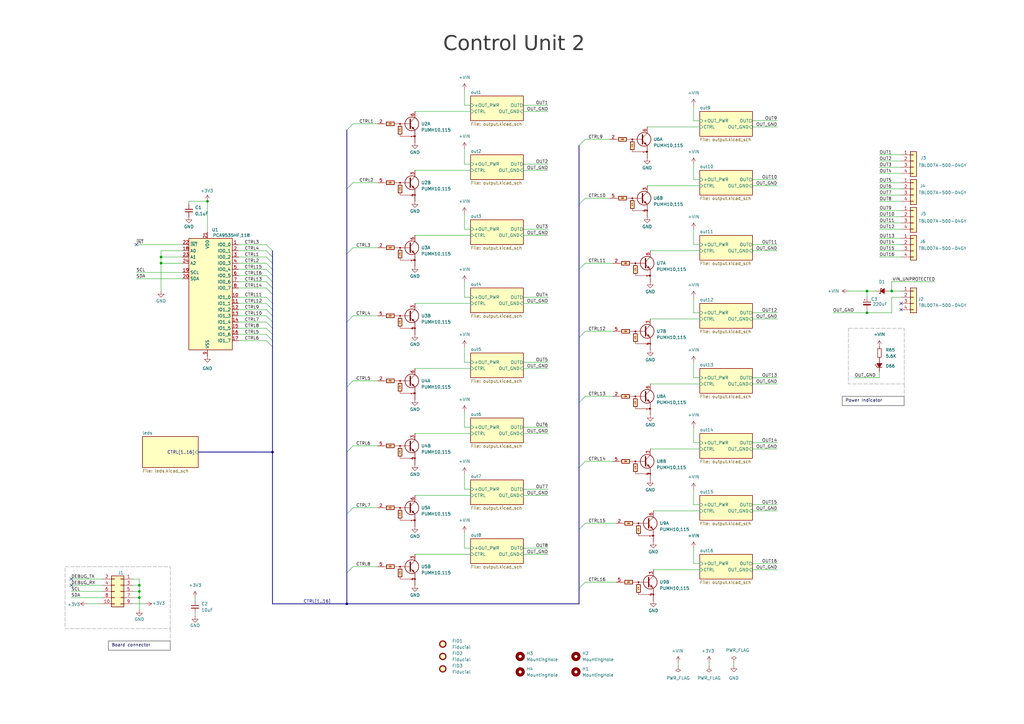
<source format=kicad_sch>
(kicad_sch (version 20241004) (generator "eeschema") (generator_version "8.99")
  (paper "A3")
  (title_block (title "Control Unit 2") (date "2024-12-09") (rev "1") (comment 1 "TOP Sheet"))
  (rectangle (start 26.67 232.41) (end 69.85 257.81) (stroke (width 0.15) (type dash) (color 132 132 132 1)))
  (rectangle (start 347.98 134.62) (end 370.84 157.48) (stroke (width 0.15) (type dash) (color 132 132 132 1)))
  (rectangle (start 44.45 262.89) (end 69.85 266.7) (stroke (width 0.3) (color 132 132 132 1)))
  (rectangle (start 345.44 162.56) (end 370.84 166.37) (stroke (width 0.3) (color 132 132 132 1)))
  (text "Power Indicator" (at 346.71 165.1 0) (effects (font (size 1.27 1.27)) (justify left bottom)))
  (text "Board connector" (at 45.72 265.43 0) (effects (font (size 1.27 1.27)) (justify left bottom)))
  (text "Control Unit 2" (at 210.82 19.812 0) (effects (font (size 6 6) (thickness 0.4))))
  (junction (at 355.6 119.38))
  (junction (at 57.15 242.57))
  (junction (at 57.15 240.03))
  (junction (at 142.24 247.65))
  (junction (at 355.6 128.27))
  (junction (at 111.76 185.42))
  (junction (at 85.09 82.55))
  (junction (at 365.76 119.38))
  (junction (at 66.04 105.41))
  (junction (at 57.15 245.11))
  (junction (at 66.04 107.95))
  (no_connect (at 55.88 100.33))
  (no_connect (at 369.57 127))
  (no_connect (at 29.21 240.03))
  (no_connect (at 29.21 237.49))
  (no_connect (at 369.57 124.46))
  (bus_entry (at 142.24 104.14) (size 2.54 -2.54))
  (bus_entry (at 237.49 241.3) (size 2.54 -2.54))
  (bus_entry (at 237.49 165.1) (size 2.54 -2.54))
  (bus_entry (at 111.76 139.7) (size -2.54 -2.54))
  (bus_entry (at 111.76 102.87) (size -2.54 -2.54))
  (bus_entry (at 237.49 217.17) (size 2.54 -2.54))
  (bus_entry (at 111.76 129.54) (size -2.54 -2.54))
  (bus_entry (at 111.76 107.95) (size -2.54 -2.54))
  (bus_entry (at 111.76 115.57) (size -2.54 -2.54))
  (bus_entry (at 111.76 113.03) (size -2.54 -2.54))
  (bus_entry (at 237.49 59.69) (size 2.54 -2.54))
  (bus_entry (at 142.24 158.75) (size 2.54 -2.54))
  (bus_entry (at 111.76 120.65) (size -2.54 -2.54))
  (bus_entry (at 111.76 127) (size -2.54 -2.54))
  (bus_entry (at 111.76 134.62) (size -2.54 -2.54))
  (bus_entry (at 237.49 83.82) (size 2.54 -2.54))
  (bus_entry (at 237.49 138.43) (size 2.54 -2.54))
  (bus_entry (at 142.24 53.34) (size 2.54 -2.54))
  (bus_entry (at 111.76 118.11) (size -2.54 -2.54))
  (bus_entry (at 237.49 110.49) (size 2.54 -2.54))
  (bus_entry (at 142.24 210.82) (size 2.54 -2.54))
  (bus_entry (at 111.76 105.41) (size -2.54 -2.54))
  (bus_entry (at 111.76 124.46) (size -2.54 -2.54))
  (bus_entry (at 142.24 185.42) (size 2.54 -2.54))
  (bus_entry (at 111.76 110.49) (size -2.54 -2.54))
  (bus_entry (at 111.76 137.16) (size -2.54 -2.54))
  (bus_entry (at 142.24 77.47) (size 2.54 -2.54))
  (bus_entry (at 142.24 132.08) (size 2.54 -2.54))
  (bus_entry (at 111.76 142.24) (size -2.54 -2.54))
  (bus_entry (at 111.76 132.08) (size -2.54 -2.54))
  (bus_entry (at 237.49 191.77) (size 2.54 -2.54))
  (bus_entry (at 142.24 234.95) (size 2.54 -2.54))
  (wire (pts (xy 97.79 110.49) (xy 109.22 110.49)))
  (wire (pts (xy 144.78 129.54) (xy 154.94 129.54)))
  (wire (pts (xy 383.54 115.57) (xy 365.76 115.57)))
  (wire (pts (xy 365.76 121.92) (xy 365.76 128.27)))
  (wire (pts (xy 35.56 247.65) (xy 41.91 247.65)))
  (wire (pts (xy 193.04 200.66) (xy 190.5 200.66)))
  (wire (pts (xy 57.15 250.19) (xy 57.15 245.11)))
  (wire (pts (xy 240.03 162.56) (xy 251.46 162.56)))
  (wire (pts (xy 308.61 209.55) (xy 318.77 209.55)))
  (wire (pts (xy 266.7 102.87) (xy 287.02 102.87)))
  (wire (pts (xy 193.04 43.18) (xy 190.5 43.18)))
  (wire (pts (xy 190.5 194.31) (xy 190.5 200.66)))
  (wire (pts (xy 284.48 67.31) (xy 284.48 73.66)))
  (wire (pts (xy 284.48 148.59) (xy 284.48 154.94)))
  (wire (pts (xy 360.68 100.33) (xy 369.57 100.33)))
  (bus (pts (xy 111.76 137.16) (xy 111.76 139.7)))
  (wire (pts (xy 360.68 77.47) (xy 369.57 77.47)))
  (wire (pts (xy 144.78 156.21) (xy 154.94 156.21)))
  (wire (pts (xy 193.04 67.31) (xy 190.5 67.31)))
  (wire (pts (xy 214.63 200.66) (xy 224.79 200.66)))
  (wire (pts (xy 287.02 154.94) (xy 284.48 154.94)))
  (bus (pts (xy 111.76 118.11) (xy 111.76 120.65)))
  (wire (pts (xy 265.43 76.2) (xy 287.02 76.2)))
  (wire (pts (xy 240.03 107.95) (xy 251.46 107.95)))
  (bus (pts (xy 111.76 129.54) (xy 111.76 132.08)))
  (wire (pts (xy 284.48 43.18) (xy 284.48 49.53)))
  (wire (pts (xy 97.79 115.57) (xy 109.22 115.57)))
  (wire (pts (xy 54.61 247.65) (xy 59.69 247.65)))
  (wire (pts (xy 308.61 157.48) (xy 318.77 157.48)))
  (wire (pts (xy 97.79 134.62) (xy 109.22 134.62)))
  (wire (pts (xy 267.97 233.68) (xy 287.02 233.68)))
  (polyline (pts (xy 370.84 157.48) (xy 370.84 162.56)) (stroke (width 0.15) (type dash) (color 132 132 132 1)))
  (wire (pts (xy 170.18 203.2) (xy 193.04 203.2)))
  (polyline (pts (xy 69.85 257.81) (xy 69.85 262.89)) (stroke (width 0.15) (type dash) (color 132 132 132 1)))
  (wire (pts (xy 190.5 36.83) (xy 190.5 43.18)))
  (wire (pts (xy 287.02 181.61) (xy 284.48 181.61)))
  (bus (pts (xy 111.76 113.03) (xy 111.76 115.57)))
  (wire (pts (xy 365.76 119.38) (xy 369.57 119.38)))
  (wire (pts (xy 214.63 227.33) (xy 224.79 227.33)))
  (wire (pts (xy 193.04 148.59) (xy 190.5 148.59)))
  (wire (pts (xy 360.68 86.36) (xy 369.57 86.36)))
  (bus (pts (xy 237.49 191.77) (xy 237.49 217.17)))
  (wire (pts (xy 214.63 67.31) (xy 224.79 67.31)))
  (wire (pts (xy 97.79 102.87) (xy 109.22 102.87)))
  (wire (pts (xy 193.04 121.92) (xy 190.5 121.92)))
  (wire (pts (xy 214.63 148.59) (xy 224.79 148.59)))
  (bus (pts (xy 237.49 83.82) (xy 237.49 110.49)))
  (wire (pts (xy 360.68 71.12) (xy 369.57 71.12)))
  (wire (pts (xy 29.21 237.49) (xy 41.91 237.49)))
  (bus (pts (xy 237.49 138.43) (xy 237.49 165.1)))
  (wire (pts (xy 144.78 101.6) (xy 154.94 101.6)))
  (bus (pts (xy 142.24 210.82) (xy 142.24 234.95)))
  (wire (pts (xy 97.79 121.92) (xy 109.22 121.92)))
  (wire (pts (xy 308.61 76.2) (xy 318.77 76.2)))
  (wire (pts (xy 360.68 80.01) (xy 369.57 80.01)))
  (wire (pts (xy 66.04 107.95) (xy 74.93 107.95)))
  (wire (pts (xy 284.48 93.98) (xy 284.48 100.33)))
  (wire (pts (xy 214.63 93.98) (xy 224.79 93.98)))
  (wire (pts (xy 360.68 102.87) (xy 369.57 102.87)))
  (bus (pts (xy 111.76 110.49) (xy 111.76 113.03)))
  (wire (pts (xy 308.61 207.01) (xy 318.77 207.01)))
  (wire (pts (xy 55.88 100.33) (xy 74.93 100.33)))
  (bus (pts (xy 111.76 124.46) (xy 111.76 127)))
  (wire (pts (xy 240.03 238.76) (xy 252.73 238.76)))
  (wire (pts (xy 308.61 181.61) (xy 318.77 181.61)))
  (wire (pts (xy 347.98 119.38) (xy 355.6 119.38)))
  (wire (pts (xy 190.5 142.24) (xy 190.5 148.59)))
  (wire (pts (xy 360.68 82.55) (xy 369.57 82.55)))
  (wire (pts (xy 308.61 233.68) (xy 318.77 233.68)))
  (wire (pts (xy 355.6 119.38) (xy 359.41 119.38)))
  (wire (pts (xy 66.04 102.87) (xy 66.04 105.41)))
  (bus (pts (xy 111.76 102.87) (xy 111.76 105.41)))
  (wire (pts (xy 85.09 82.55) (xy 77.47 82.55)))
  (bus (pts (xy 111.76 115.57) (xy 111.76 118.11)))
  (wire (pts (xy 80.01 245.11) (xy 80.01 246.38)))
  (wire (pts (xy 214.63 43.18) (xy 224.79 43.18)))
  (wire (pts (xy 284.48 200.66) (xy 284.48 207.01)))
  (wire (pts (xy 144.78 208.28) (xy 154.94 208.28)))
  (wire (pts (xy 266.7 184.15) (xy 287.02 184.15)))
  (wire (pts (xy 365.76 115.57) (xy 365.76 119.38)))
  (bus (pts (xy 142.24 132.08) (xy 142.24 158.75)))
  (bus (pts (xy 111.76 105.41) (xy 111.76 107.95)))
  (wire (pts (xy 355.6 127) (xy 355.6 128.27)))
  (bus (pts (xy 142.24 185.42) (xy 142.24 210.82)))
  (wire (pts (xy 190.5 87.63) (xy 190.5 93.98)))
  (wire (pts (xy 170.18 96.52) (xy 193.04 96.52)))
  (wire (pts (xy 355.6 128.27) (xy 365.76 128.27)))
  (bus (pts (xy 111.76 107.95) (xy 111.76 110.49)))
  (bus (pts (xy 237.49 217.17) (xy 237.49 241.3)))
  (wire (pts (xy 144.78 50.8) (xy 154.94 50.8)))
  (wire (pts (xy 364.49 119.38) (xy 365.76 119.38)))
  (wire (pts (xy 190.5 115.57) (xy 190.5 121.92)))
  (wire (pts (xy 240.03 189.23) (xy 251.46 189.23)))
  (wire (pts (xy 57.15 237.49) (xy 54.61 237.49)))
  (wire (pts (xy 284.48 121.92) (xy 284.48 128.27)))
  (wire (pts (xy 190.5 60.96) (xy 190.5 67.31)))
  (wire (pts (xy 360.68 88.9) (xy 369.57 88.9)))
  (wire (pts (xy 214.63 69.85) (xy 224.79 69.85)))
  (wire (pts (xy 97.79 132.08) (xy 109.22 132.08)))
  (wire (pts (xy 144.78 182.88) (xy 154.94 182.88)))
  (wire (pts (xy 240.03 214.63) (xy 252.73 214.63)))
  (wire (pts (xy 308.61 100.33) (xy 318.77 100.33)))
  (wire (pts (xy 308.61 102.87) (xy 318.77 102.87)))
  (wire (pts (xy 97.79 129.54) (xy 109.22 129.54)))
  (wire (pts (xy 97.79 124.46) (xy 109.22 124.46)))
  (wire (pts (xy 170.18 69.85) (xy 193.04 69.85)))
  (bus (pts (xy 111.76 120.65) (xy 111.76 124.46)))
  (bus (pts (xy 111.76 134.62) (xy 111.76 137.16)))
  (bus (pts (xy 237.49 165.1) (xy 237.49 191.77)))
  (bus (pts (xy 111.76 132.08) (xy 111.76 134.62)))
  (wire (pts (xy 287.02 49.53) (xy 284.48 49.53)))
  (wire (pts (xy 170.18 124.46) (xy 193.04 124.46)))
  (bus (pts (xy 237.49 59.69) (xy 237.49 83.82)))
  (wire (pts (xy 284.48 224.79) (xy 284.48 231.14)))
  (wire (pts (xy 214.63 124.46) (xy 224.79 124.46)))
  (wire (pts (xy 308.61 52.07) (xy 318.77 52.07)))
  (bus (pts (xy 142.24 77.47) (xy 142.24 104.14)))
  (wire (pts (xy 57.15 240.03) (xy 57.15 237.49)))
  (wire (pts (xy 287.02 100.33) (xy 284.48 100.33)))
  (wire (pts (xy 350.52 154.94) (xy 360.68 154.94)))
  (wire (pts (xy 240.03 81.28) (xy 250.19 81.28)))
  (wire (pts (xy 97.79 100.33) (xy 109.22 100.33)))
  (wire (pts (xy 360.68 152.4) (xy 360.68 154.94)))
  (bus (pts (xy 111.76 142.24) (xy 111.76 185.42)))
  (wire (pts (xy 170.18 227.33) (xy 193.04 227.33)))
  (wire (pts (xy 66.04 107.95) (xy 66.04 119.38)))
  (wire (pts (xy 97.79 118.11) (xy 109.22 118.11)))
  (wire (pts (xy 360.68 97.79) (xy 369.57 97.79)))
  (wire (pts (xy 85.09 82.55) (xy 85.09 95.25)))
  (bus (pts (xy 111.76 127) (xy 111.76 129.54)))
  (wire (pts (xy 360.68 105.41) (xy 369.57 105.41)))
  (wire (pts (xy 214.63 121.92) (xy 224.79 121.92)))
  (wire (pts (xy 308.61 73.66) (xy 318.77 73.66)))
  (wire (pts (xy 214.63 96.52) (xy 224.79 96.52)))
  (wire (pts (xy 190.5 218.44) (xy 190.5 224.79)))
  (wire (pts (xy 193.04 175.26) (xy 190.5 175.26)))
  (wire (pts (xy 287.02 207.01) (xy 284.48 207.01)))
  (wire (pts (xy 341.63 128.27) (xy 355.6 128.27)))
  (wire (pts (xy 214.63 203.2) (xy 224.79 203.2)))
  (wire (pts (xy 308.61 130.81) (xy 318.77 130.81)))
  (wire (pts (xy 308.61 184.15) (xy 318.77 184.15)))
  (bus (pts (xy 142.24 247.65) (xy 237.49 247.65)))
  (wire (pts (xy 193.04 93.98) (xy 190.5 93.98)))
  (wire (pts (xy 360.68 66.04) (xy 369.57 66.04)))
  (wire (pts (xy 266.7 157.48) (xy 287.02 157.48)))
  (wire (pts (xy 193.04 224.79) (xy 190.5 224.79)))
  (wire (pts (xy 80.01 251.46) (xy 80.01 252.73)))
  (wire (pts (xy 290.83 271.78) (xy 290.83 273.05)))
  (wire (pts (xy 287.02 231.14) (xy 284.48 231.14)))
  (wire (pts (xy 300.99 271.78) (xy 300.99 273.05)))
  (wire (pts (xy 29.21 245.11) (xy 41.91 245.11)))
  (wire (pts (xy 170.18 45.72) (xy 193.04 45.72)))
  (wire (pts (xy 66.04 105.41) (xy 66.04 107.95)))
  (wire (pts (xy 214.63 45.72) (xy 224.79 45.72)))
  (wire (pts (xy 54.61 245.11) (xy 57.15 245.11)))
  (wire (pts (xy 97.79 107.95) (xy 109.22 107.95)))
  (wire (pts (xy 144.78 232.41) (xy 154.94 232.41)))
  (wire (pts (xy 214.63 151.13) (xy 224.79 151.13)))
  (wire (pts (xy 29.21 242.57) (xy 41.91 242.57)))
  (bus (pts (xy 111.76 139.7) (xy 111.76 142.24)))
  (wire (pts (xy 144.78 74.93) (xy 154.94 74.93)))
  (wire (pts (xy 287.02 128.27) (xy 284.48 128.27)))
  (bus (pts (xy 111.76 247.65) (xy 142.24 247.65)))
  (wire (pts (xy 77.47 82.55) (xy 77.47 83.82)))
  (wire (pts (xy 365.76 121.92) (xy 369.57 121.92)))
  (wire (pts (xy 97.79 113.03) (xy 109.22 113.03)))
  (wire (pts (xy 360.68 68.58) (xy 369.57 68.58)))
  (wire (pts (xy 308.61 49.53) (xy 318.77 49.53)))
  (wire (pts (xy 29.21 240.03) (xy 41.91 240.03)))
  (bus (pts (xy 142.24 158.75) (xy 142.24 185.42)))
  (wire (pts (xy 97.79 137.16) (xy 109.22 137.16)))
  (bus (pts (xy 81.28 185.42) (xy 111.76 185.42)))
  (wire (pts (xy 308.61 128.27) (xy 318.77 128.27)))
  (wire (pts (xy 360.68 93.98) (xy 369.57 93.98)))
  (wire (pts (xy 240.03 57.15) (xy 250.19 57.15)))
  (wire (pts (xy 214.63 224.79) (xy 224.79 224.79)))
  (wire (pts (xy 214.63 177.8) (xy 224.79 177.8)))
  (wire (pts (xy 360.68 91.44) (xy 369.57 91.44)))
  (wire (pts (xy 266.7 130.81) (xy 287.02 130.81)))
  (wire (pts (xy 214.63 175.26) (xy 224.79 175.26)))
  (wire (pts (xy 284.48 175.26) (xy 284.48 181.61)))
  (wire (pts (xy 74.93 102.87) (xy 66.04 102.87)))
  (wire (pts (xy 190.5 168.91) (xy 190.5 175.26)))
  (wire (pts (xy 355.6 119.38) (xy 355.6 121.92)))
  (wire (pts (xy 170.18 151.13) (xy 193.04 151.13)))
  (wire (pts (xy 97.79 139.7) (xy 109.22 139.7)))
  (wire (pts (xy 57.15 245.11) (xy 57.15 242.57)))
  (bus (pts (xy 142.24 104.14) (xy 142.24 132.08)))
  (wire (pts (xy 54.61 242.57) (xy 57.15 242.57)))
  (wire (pts (xy 308.61 154.94) (xy 318.77 154.94)))
  (wire (pts (xy 97.79 127) (xy 109.22 127)))
  (bus (pts (xy 237.49 241.3) (xy 237.49 247.65)))
  (wire (pts (xy 57.15 242.57) (xy 57.15 240.03)))
  (wire (pts (xy 287.02 73.66) (xy 284.48 73.66)))
  (bus (pts (xy 237.49 110.49) (xy 237.49 138.43)))
  (wire (pts (xy 170.18 177.8) (xy 193.04 177.8)))
  (wire (pts (xy 265.43 52.07) (xy 287.02 52.07)))
  (bus (pts (xy 142.24 53.34) (xy 142.24 77.47)))
  (wire (pts (xy 55.88 111.76) (xy 74.93 111.76)))
  (wire (pts (xy 240.03 135.89) (xy 251.46 135.89)))
  (wire (pts (xy 278.13 271.78) (xy 278.13 273.05)))
  (wire (pts (xy 360.68 74.93) (xy 369.57 74.93)))
  (wire (pts (xy 55.88 114.3) (xy 74.93 114.3)))
  (wire (pts (xy 66.04 105.41) (xy 74.93 105.41)))
  (bus (pts (xy 142.24 234.95) (xy 142.24 247.65)))
  (wire (pts (xy 360.68 63.5) (xy 369.57 63.5)))
  (wire (pts (xy 97.79 105.41) (xy 109.22 105.41)))
  (wire (pts (xy 308.61 231.14) (xy 318.77 231.14)))
  (bus (pts (xy 111.76 185.42) (xy 111.76 247.65)))
  (wire (pts (xy 267.97 209.55) (xy 287.02 209.55)))
  (wire (pts (xy 54.61 240.03) (xy 57.15 240.03)))
  (label "OUT9" (at 318.77 49.53 180))
  (label "OUT2" (at 360.68 66.04 0))
  (label "CTRL8" (at 146.05 232.41 0))
  (label "OUT3" (at 360.68 68.58 0))
  (label "OUT_GND" (at 318.77 209.55 180))
  (label "DEBUG_RX" (at 29.21 240.03 0))
  (label "OUT_GND" (at 350.52 154.94 0))
  (label "OUT7" (at 360.68 80.01 0))
  (label "OUT_GND" (at 318.77 184.15 180))
  (label "OUT_GND" (at 318.77 102.87 180))
  (label "CTRL9" (at 100.33 127 0))
  (label "OUT15" (at 318.77 207.01 180))
  (label "OUT_GND" (at 318.77 130.81 180))
  (label "OUT_GND" (at 224.79 177.8 180))
  (label "CTRL3" (at 146.05 101.6 0))
  (label "CTRL8" (at 100.33 134.62 0))
  (label "CTRL2" (at 100.33 107.95 0))
  (label "OUT_GND" (at 224.79 124.46 180))
  (label "CTRL6" (at 146.05 182.88 0))
  (label "CTRL15" (at 100.33 110.49 0))
  (label "OUT10" (at 318.77 73.66 180))
  (label "OUT5" (at 224.79 148.59 180))
  (label "CTRL15" (at 241.3 214.63 0))
  (label "CTRL13" (at 241.3 162.56 0))
  (label "SDA" (at 29.21 245.11 0))
  (label "CTRL3" (at 100.33 100.33 0))
  (label "OUT14" (at 318.77 181.61 180))
  (label "OUT_GND" (at 224.79 151.13 180))
  (label "OUT11" (at 360.68 91.44 0))
  (label "CTRL16" (at 241.3 238.76 0))
  (label "CTRL5" (at 146.05 156.21 0))
  (label "OUT8" (at 224.79 224.79 180))
  (label "CTRL7" (at 146.05 208.28 0))
  (label "CTRL[1..16]" (at 124.46 247.65 0))
  (label "OUT13" (at 360.68 97.79 0))
  (label "CTRL11" (at 100.33 121.92 0))
  (label "CTRL6" (at 100.33 139.7 0))
  (label "OUT6" (at 224.79 175.26 180))
  (label "CTRL10" (at 100.33 129.54 0))
  (label "OUT_GND" (at 224.79 96.52 180))
  (label "CTRL14" (at 100.33 118.11 0))
  (label "SCL" (at 29.21 242.57 0))
  (label "CTRL7" (at 100.33 132.08 0))
  (label "CTRL4" (at 146.05 129.54 0))
  (label "SDA" (at 55.88 114.3 0))
  (label "OUT1" (at 224.79 43.18 180))
  (label "OUT7" (at 224.79 200.66 180))
  (label "OUT_GND" (at 341.63 128.27 0))
  (label "DEBUG_TX" (at 29.21 237.49 0))
  (label "OUT_GND" (at 224.79 45.72 180))
  (label "OUT11" (at 318.77 100.33 180))
  (label "CTRL14" (at 241.3 189.23 0))
  (label "CTRL16" (at 100.33 113.03 0))
  (label "CTRL12" (at 100.33 124.46 0))
  (label "SCL" (at 55.88 111.76 0))
  (label "OUT5" (at 360.68 74.93 0))
  (label "OUT_GND" (at 318.77 52.07 180))
  (label "OUT_GND" (at 224.79 227.33 180))
  (label "OUT16" (at 318.77 231.14 180))
  (label "OUT14" (at 360.68 100.33 0))
  (label "OUT1" (at 360.68 63.5 0))
  (label "OUT9" (at 360.68 86.36 0))
  (label "OUT6" (at 360.68 77.47 0))
  (label "CTRL2" (at 147.32 74.93 0))
  (label "CTRL1" (at 147.32 50.8 0))
  (label "OUT3" (at 224.79 93.98 180))
  (label "OUT2" (at 224.79 67.31 180))
  (label "OUT_GND" (at 318.77 233.68 180))
  (label "OUT12" (at 360.68 93.98 0))
  (label "OUT_GND" (at 224.79 203.2 180))
  (label "CTRL12" (at 241.3 135.89 0))
  (label "CTRL1" (at 100.33 105.41 0))
  (label "CTRL11" (at 241.3 107.95 0))
  (label "OUT12" (at 318.77 128.27 180))
  (label "VIN_UNPROTECTED" (at 383.54 115.57 180))
  (label "OUT16" (at 360.68 105.41 0))
  (label "OUT4" (at 360.68 71.12 0))
  (label "CTRL5" (at 100.33 137.16 0))
  (label "OUT_GND" (at 318.77 76.2 180))
  (label "CTRL4" (at 100.33 102.87 0))
  (label "OUT13" (at 318.77 154.94 180))
  (label "CTRL9" (at 241.3 57.15 0))
  (label "CTRL10" (at 241.3 81.28 0))
  (label "OUT4" (at 224.79 121.92 180))
  (label "OUT8" (at 360.68 82.55 0))
  (label "OUT_GND" (at 224.79 69.85 180))
  (label "OUT_GND" (at 318.77 157.48 180))
  (label "OUT10" (at 360.68 88.9 0))
  (label "~{INT}" (at 55.88 100.33 0))
  (label "OUT15" (at 360.68 102.87 0))
  (label "CTRL13" (at 100.33 115.57 0))
  (symbol (lib_id "My Libraries:PUMH10,115") (at 265.43 81.28 0) (unit 2)
    (property "Reference" "U6" (at 267.97 81.2516 0) (effects (justify left)))
    (property "Value" "PUMH10,115" (at 267.97 83.7916 0) (effects (justify left)))
    (property "Footprint" "Package_TO_SOT_SMD:SOT-363_SC-70-6" (effects (hide yes)))
    (property "Datasheet" "https://assets.nexperia.com/documents/data-sheet/PUMH10.pdf" (effects (hide yes)))
    (property "Description" "Dual NPN Transistor with internal resistors SOT-363" (effects (hide yes)))
  )
  (symbol (lib_id "power:GND") (at 170.18 240.03 0) (unit 1)
    (property "Reference" "#PWR033" (effects (hide yes)))
    (property "Value" "GND" (at 170.18 244.094 0))
    (property "Description" "Power symbol creates a global label with name \"GND\" , ground" (effects (hide yes)))
  )
  (symbol (lib_id "power:GND") (at 170.18 82.55 0) (unit 1)
    (property "Reference" "#PWR039" (effects (hide yes)))
    (property "Value" "GND" (at 170.18 86.614 0))
    (property "Description" "Power symbol creates a global label with name \"GND\" , ground" (effects (hide yes)))
  )
  (symbol (lib_id "power:PWR_FLAG") (at 290.83 273.05 180) (unit 1)
    (property "Reference" "#FLG02" (effects (hide yes)))
    (property "Value" "PWR_FLAG" (at 290.83 278.13 0))
    (property "Description" "Special symbol for telling ERC where power comes from" (effects (hide yes)))
  )
  (symbol (lib_id "power:GND") (at 265.43 88.9 0) (unit 1)
    (property "Reference" "#PWR042" (effects (hide yes)))
    (property "Value" "GND" (at 265.43 92.964 0))
    (property "Description" "Power symbol creates a global label with name \"GND\" , ground" (effects (hide yes)))
  )
  (symbol (lib_id "My Libraries:+VIN") (at 190.5 218.44 0) (unit 1) (in_bom no) (on_board no)
    (property "Reference" "#PWR015" (effects (hide yes)))
    (property "Value" "+VIN" (at 190.5 213.36 0))
  )
  (symbol (lib_id "Mechanical:Fiducial") (at 181.61 269.24 0) (unit 1) (in_bom no)
    (property "Reference" "FID2" (at 185.42 267.9699 0) (effects (justify left)))
    (property "Value" "Fiducial" (at 185.42 270.5099 0) (effects (justify left)))
    (property "Footprint" "Fiducial:Fiducial_1mm_Mask2mm" (effects (hide yes)))
  )
  (symbol (lib_id "Mechanical:Fiducial") (at 181.61 274.32 0) (unit 1) (in_bom no)
    (property "Reference" "FID3" (at 185.42 273.0499 0) (effects (justify left)))
    (property "Value" "Fiducial" (at 185.42 275.5899 0) (effects (justify left)))
    (property "Footprint" "Fiducial:Fiducial_1mm_Mask2mm" (effects (hide yes)))
  )
  (symbol (lib_id "power:GND") (at 266.7 170.18 0) (unit 1)
    (property "Reference" "#PWR045" (effects (hide yes)))
    (property "Value" "GND" (at 266.7 174.244 0))
    (property "Description" "Power symbol creates a global label with name \"GND\" , ground" (effects (hide yes)))
  )
  (symbol (lib_id "My Libraries:+VIN") (at 190.5 194.31 0) (unit 1) (in_bom no) (on_board no)
    (property "Reference" "#PWR014" (effects (hide yes)))
    (property "Value" "+VIN" (at 190.5 189.23 0))
  )
  (symbol (lib_id "power:GND") (at 265.43 64.77 0) (unit 1)
    (property "Reference" "#PWR041" (effects (hide yes)))
    (property "Value" "GND" (at 265.43 68.834 0))
    (property "Description" "Power symbol creates a global label with name \"GND\" , ground" (effects (hide yes)))
  )
  (symbol (lib_id "power:GND") (at 170.18 137.16 0) (unit 1)
    (property "Reference" "#PWR037" (effects (hide yes)))
    (property "Value" "GND" (at 170.18 141.224 0))
    (property "Description" "Power symbol creates a global label with name \"GND\" , ground" (effects (hide yes)))
  )
  (symbol (lib_id "Mechanical:MountingHole") (at 236.22 275.59 0) (unit 1) (exclude_from_sim yes) (in_bom no)
    (property "Reference" "H1" (at 238.76 274.3199 0) (effects (justify left)))
    (property "Value" "MountingHole" (at 238.76 276.8599 0) (effects (justify left)))
    (property "Footprint" "MountingHole:MountingHole_3.2mm_M3_DIN965" (effects (hide yes)))
    (property "Description" "Mounting Hole without connection" (effects (hide yes)))
  )
  (symbol (lib_id "Device:D_Schottky_Small_Filled") (at 361.95 119.38 0) (mirror x) (unit 1)
    (property "Reference" "D1" (at 361.696 115.57 0))
    (property "Footprint" "Diode_SMD:D_PowerDI-123" (effects (hide yes)))
    (property "PartID" "501" (effects (hide yes)))
  )
  (symbol (lib_id "My Libraries:PUMH10,115") (at 266.7 135.89 0) (unit 2)
    (property "Reference" "U7" (at 269.24 135.8616 0) (effects (justify left)))
    (property "Value" "PUMH10,115" (at 269.24 138.4016 0) (effects (justify left)))
    (property "Footprint" "Package_TO_SOT_SMD:SOT-363_SC-70-6" (effects (hide yes)))
    (property "Datasheet" "https://assets.nexperia.com/documents/data-sheet/PUMH10.pdf" (effects (hide yes)))
    (property "Description" "Dual NPN Transistor with internal resistors SOT-363" (effects (hide yes)))
  )
  (symbol (lib_id "My Libraries:PUMH10,115") (at 266.7 162.56 0) (unit 1)
    (property "Reference" "U8" (at 269.24 162.5316 0) (effects (justify left)))
    (property "Value" "PUMH10,115" (at 269.24 165.0716 0) (effects (justify left)))
    (property "Footprint" "Package_TO_SOT_SMD:SOT-363_SC-70-6" (effects (hide yes)))
    (property "Datasheet" "https://assets.nexperia.com/documents/data-sheet/PUMH10.pdf" (effects (hide yes)))
    (property "Description" "Dual NPN Transistor with internal resistors SOT-363" (effects (hide yes)))
  )
  (symbol (lib_id "power:+3V3") (at 35.56 247.65 90) (unit 1)
    (property "Reference" "#PWR049" (effects (hide yes)))
    (property "Value" "+3V3" (at 30.226 247.904 90))
    (property "Description" "Power symbol creates a global label with name \"+3V3\"" (effects (hide yes)))
  )
  (symbol (lib_id "power:PWR_FLAG") (at 300.99 271.78 0) (unit 1)
    (property "Reference" "#FLG03" (effects (hide yes)))
    (property "Value" "PWR_FLAG" (at 302.514 266.7 0))
    (property "Description" "Special symbol for telling ERC where power comes from" (effects (hide yes)))
  )
  (symbol (lib_id "My Libraries:+VIN") (at 284.48 200.66 0) (unit 1) (in_bom no) (on_board no)
    (property "Reference" "#PWR022" (effects (hide yes)))
    (property "Value" "+VIN" (at 284.48 195.58 0))
  )
  (symbol (lib_id "power:GND") (at 266.7 115.57 0) (unit 1)
    (property "Reference" "#PWR043" (effects (hide yes)))
    (property "Value" "GND" (at 266.7 119.634 0))
    (property "Description" "Power symbol creates a global label with name \"GND\" , ground" (effects (hide yes)))
  )
  (symbol (lib_id "My Libraries:PUMH10,115") (at 170.18 101.6 0) (unit 1)
    (property "Reference" "U3" (at 172.72 101.5716 0) (effects (justify left)))
    (property "Value" "PUMH10,115" (at 172.72 104.1116 0) (effects (justify left)))
    (property "Footprint" "Package_TO_SOT_SMD:SOT-363_SC-70-6" (effects (hide yes)))
    (property "Datasheet" "https://assets.nexperia.com/documents/data-sheet/PUMH10.pdf" (effects (hide yes)))
    (property "Description" "Dual NPN Transistor with internal resistors SOT-363" (effects (hide yes)))
  )
  (symbol (lib_id "Connector_Generic:Conn_01x04") (at 374.65 77.47 0) (unit 1)
    (property "Reference" "J4" (at 378.46 76.2 0))
    (property "Value" "TBL007A-500-04GY" (at 386.588 78.994 0))
    (property "Footprint" "My Footprints:TerminalBlock_IMO_203001M-4" (effects (hide yes)))
    (property "PartID" "1" (effects (hide yes)))
  )
  (symbol (lib_id "Device:R_Small") (at 360.68 144.78 180) (unit 1)
    (property "Reference" "R65" (at 363.22 143.5099 0) (effects (justify right)))
    (property "Value" "5.6K" (at 363.22 146.0499 0) (effects (justify right)))
    (property "Footprint" "Resistor_SMD:R_0402_1005Metric" (effects (hide yes)))
    (property "Description" "Resistor, small symbol" (effects (hide yes)))
  )
  (symbol (lib_id "My Libraries:PUMH10,115") (at 170.18 74.93 0) (unit 2)
    (property "Reference" "U2" (at 172.72 74.9016 0) (effects (justify left)))
    (property "Value" "PUMH10,115" (at 172.72 77.4416 0) (effects (justify left)))
    (property "Footprint" "Package_TO_SOT_SMD:SOT-363_SC-70-6" (effects (hide yes)))
    (property "Datasheet" "https://assets.nexperia.com/documents/data-sheet/PUMH10.pdf" (effects (hide yes)))
    (property "Description" "Dual NPN Transistor with internal resistors SOT-363" (effects (hide yes)))
  )
  (symbol (lib_id "power:+3V3") (at 80.01 245.11 0) (unit 1)
    (property "Reference" "#PWR06" (effects (hide yes)))
    (property "Value" "+3V3" (at 80.01 240.03 0))
    (property "Description" "Power symbol creates a global label with name \"+3V3\"" (effects (hide yes)))
  )
  (symbol (lib_id "My Libraries:PCA9535HF,118") (at 85.09 120.65 0) (unit 1)
    (property "Reference" "U1" (at 86.868 94.234 0) (effects (justify left)))
    (property "Value" "PCA9535HF,118" (at 87.2333 96.52 0) (effects (justify left)))
    (property "Footprint" "Package_DFN_QFN:WQFN-24-1EP_4x4mm_P0.5mm_EP2.45x2.45mm" (effects (hide yes)))
    (property "Datasheet" "https://www.nxp.com/docs/en/data-sheet/PCA9535_PCA9535C.pdf" (effects (hide yes)))
    (property "Description" "I/O Expander 16BIT I2C 400kHz HVQFN24" (effects (hide yes)))
    (property "PartID" "4" (effects (hide yes)))
  )
  (symbol (lib_id "My Libraries:PUMH10,115") (at 170.18 208.28 0) (unit 1)
    (property "Reference" "U5" (at 172.72 208.2516 0) (effects (justify left)))
    (property "Value" "PUMH10,115" (at 172.72 210.7916 0) (effects (justify left)))
    (property "Footprint" "Package_TO_SOT_SMD:SOT-363_SC-70-6" (effects (hide yes)))
    (property "Datasheet" "https://assets.nexperia.com/documents/data-sheet/PUMH10.pdf" (effects (hide yes)))
    (property "Description" "Dual NPN Transistor with internal resistors SOT-363" (effects (hide yes)))
  )
  (symbol (lib_id "Device:C_Small") (at 80.01 248.92 0) (mirror y) (unit 1)
    (property "Reference" "C2" (at 82.55 247.6562 0) (effects (justify right)))
    (property "Value" "10uF" (at 82.55 250.1962 0) (effects (justify right)))
    (property "Footprint" "Capacitor_SMD:C_0805_2012Metric" (effects (hide yes)))
    (property "Description" "Unpolarized capacitor, small symbol" (effects (hide yes)))
  )
  (symbol (lib_id "power:GND") (at 300.99 273.05 0) (unit 1)
    (property "Reference" "#PWR026" (effects (hide yes)))
    (property "Value" "GND" (at 300.99 278.13 0))
    (property "Description" "Power symbol creates a global label with name \"GND\" , ground" (effects (hide yes)))
  )
  (symbol (lib_id "My Libraries:PUMH10,115") (at 267.97 238.76 0) (unit 2)
    (property "Reference" "U9" (at 270.51 238.7316 0) (effects (justify left)))
    (property "Value" "PUMH10,115" (at 270.51 241.2716 0) (effects (justify left)))
    (property "Footprint" "Package_TO_SOT_SMD:SOT-363_SC-70-6" (effects (hide yes)))
    (property "Datasheet" "https://assets.nexperia.com/documents/data-sheet/PUMH10.pdf" (effects (hide yes)))
    (property "Description" "Dual NPN Transistor with internal resistors SOT-363" (effects (hide yes)))
  )
  (symbol (lib_id "Device:C_Polarized_Small") (at 355.6 124.46 0) (unit 1)
    (property "Reference" "C3" (at 359.918 122.682 0) (effects (justify right)))
    (property "Value" "220uF" (at 363.982 124.714 0) (effects (justify right)))
    (property "Footprint" "Capacitor_SMD:CP_Elec_10x10" (effects (hide yes)))
    (property "Description" "Polarized capacitor, small symbol" (effects (hide yes)))
  )
  (symbol (lib_id "power:GND") (at 267.97 222.25 0) (unit 1)
    (property "Reference" "#PWR047" (effects (hide yes)))
    (property "Value" "GND" (at 267.97 226.314 0))
    (property "Description" "Power symbol creates a global label with name \"GND\" , ground" (effects (hide yes)))
  )
  (symbol (lib_id "Mechanical:MountingHole") (at 213.36 269.24 0) (unit 1) (exclude_from_sim yes) (in_bom no)
    (property "Reference" "H3" (at 215.9 267.9699 0) (effects (justify left)))
    (property "Value" "MountingHole" (at 215.9 270.5099 0) (effects (justify left)))
    (property "Footprint" "MountingHole:MountingHole_3.2mm_M3_DIN965" (effects (hide yes)))
    (property "Description" "Mounting Hole without connection" (effects (hide yes)))
  )
  (symbol (lib_id "Mechanical:MountingHole") (at 213.36 275.59 0) (unit 1) (exclude_from_sim yes) (in_bom no)
    (property "Reference" "H4" (at 215.9 274.3199 0) (effects (justify left)))
    (property "Value" "MountingHole" (at 215.9 276.8599 0) (effects (justify left)))
    (property "Footprint" "MountingHole:MountingHole_3.2mm_M3_DIN965" (effects (hide yes)))
    (property "Description" "Mounting Hole without connection" (effects (hide yes)))
  )
  (symbol (lib_id "My Libraries:PUMH10,115") (at 170.18 50.8 0) (unit 1)
    (property "Reference" "U2" (at 172.72 50.7716 0) (effects (justify left)))
    (property "Value" "PUMH10,115" (at 172.72 53.3116 0) (effects (justify left)))
    (property "Footprint" "Package_TO_SOT_SMD:SOT-363_SC-70-6" (effects (hide yes)))
    (property "Datasheet" "https://assets.nexperia.com/documents/data-sheet/PUMH10.pdf" (effects (hide yes)))
    (property "Description" "Dual NPN Transistor with internal resistors SOT-363" (effects (hide yes)))
  )
  (symbol (lib_id "My Libraries:+VIN") (at 284.48 43.18 0) (unit 1) (in_bom no) (on_board no)
    (property "Reference" "#PWR016" (effects (hide yes)))
    (property "Value" "+VIN" (at 284.48 38.1 0))
  )
  (symbol (lib_id "power:GND") (at 266.7 143.51 0) (unit 1)
    (property "Reference" "#PWR044" (effects (hide yes)))
    (property "Value" "GND" (at 266.7 147.574 0))
    (property "Description" "Power symbol creates a global label with name \"GND\" , ground" (effects (hide yes)))
  )
  (symbol (lib_id "power:GND") (at 170.18 190.5 0) (unit 1)
    (property "Reference" "#PWR035" (effects (hide yes)))
    (property "Value" "GND" (at 170.18 194.564 0))
    (property "Description" "Power symbol creates a global label with name \"GND\" , ground" (effects (hide yes)))
  )
  (symbol (lib_id "My Libraries:PUMH10,115") (at 170.18 182.88 0) (unit 2)
    (property "Reference" "U4" (at 172.72 182.8516 0) (effects (justify left)))
    (property "Value" "PUMH10,115" (at 172.72 185.3916 0) (effects (justify left)))
    (property "Footprint" "Package_TO_SOT_SMD:SOT-363_SC-70-6" (effects (hide yes)))
    (property "Datasheet" "https://assets.nexperia.com/documents/data-sheet/PUMH10.pdf" (effects (hide yes)))
    (property "Description" "Dual NPN Transistor with internal resistors SOT-363" (effects (hide yes)))
  )
  (symbol (lib_id "My Libraries:+VIN") (at 190.5 87.63 0) (unit 1) (in_bom no) (on_board no)
    (property "Reference" "#PWR010" (effects (hide yes)))
    (property "Value" "+VIN" (at 190.5 82.55 0))
  )
  (symbol (lib_id "power:GND") (at 170.18 109.22 0) (unit 1)
    (property "Reference" "#PWR038" (effects (hide yes)))
    (property "Value" "GND" (at 170.18 113.284 0))
    (property "Description" "Power symbol creates a global label with name \"GND\" , ground" (effects (hide yes)))
  )
  (symbol (lib_id "My Libraries:+VIN") (at 284.48 175.26 0) (unit 1) (in_bom no) (on_board no)
    (property "Reference" "#PWR021" (effects (hide yes)))
    (property "Value" "+VIN" (at 284.48 170.18 0))
  )
  (symbol (lib_id "Device:LED_Small_Filled") (at 360.68 149.86 90) (unit 1)
    (property "Reference" "D66" (at 363.22 150.114 90) (effects (justify right)))
    (property "Value" "LED_Small_Filled" (effects (hide yes)))
    (property "Footprint" "LED_SMD:LED_0603_1608Metric" (effects (hide yes)))
    (property "Description" "Light emitting diode, small symbol, filled shape" (effects (hide yes)))
    (property "PartID" "496" (effects (hide yes)))
  )
  (symbol (lib_id "My Libraries:+VIN") (at 284.48 67.31 0) (unit 1) (in_bom no) (on_board no)
    (property "Reference" "#PWR017" (effects (hide yes)))
    (property "Value" "+VIN" (at 284.48 62.23 0))
  )
  (symbol (lib_id "My Libraries:PUMH10,115") (at 170.18 156.21 0) (unit 1)
    (property "Reference" "U4" (at 172.72 156.1816 0) (effects (justify left)))
    (property "Value" "PUMH10,115" (at 172.72 158.7216 0) (effects (justify left)))
    (property "Footprint" "Package_TO_SOT_SMD:SOT-363_SC-70-6" (effects (hide yes)))
    (property "Datasheet" "https://assets.nexperia.com/documents/data-sheet/PUMH10.pdf" (effects (hide yes)))
    (property "Description" "Dual NPN Transistor with internal resistors SOT-363" (effects (hide yes)))
  )
  (symbol (lib_id "My Libraries:+VIN") (at 284.48 121.92 0) (unit 1) (in_bom no) (on_board no)
    (property "Reference" "#PWR019" (effects (hide yes)))
    (property "Value" "+VIN" (at 284.48 116.84 0))
  )
  (symbol (lib_id "Connector_Generic:Conn_01x04") (at 374.65 88.9 0) (unit 1)
    (property "Reference" "J5" (at 378.714 87.63 0))
    (property "Value" "TBL007A-500-04GY" (at 386.588 90.678 0))
    (property "Footprint" "My Footprints:TerminalBlock_IMO_203001M-4" (effects (hide yes)))
    (property "PartID" "1" (effects (hide yes)))
  )
  (symbol (lib_id "My Libraries:PUMH10,115") (at 266.7 107.95 0) (unit 1)
    (property "Reference" "U7" (at 269.24 107.9216 0) (effects (justify left)))
    (property "Value" "PUMH10,115" (at 269.24 110.4616 0) (effects (justify left)))
    (property "Footprint" "Package_TO_SOT_SMD:SOT-363_SC-70-6" (effects (hide yes)))
    (property "Datasheet" "https://assets.nexperia.com/documents/data-sheet/PUMH10.pdf" (effects (hide yes)))
    (property "Description" "Dual NPN Transistor with internal resistors SOT-363" (effects (hide yes)))
  )
  (symbol (lib_id "Connector_Generic:Conn_01x04") (at 374.65 121.92 0) (unit 1)
    (property "Reference" "J2" (at 377.698 122.682 0))
    (property "Value" "TBL007A-500-04GY" (at 386.588 125.222 0))
    (property "Footprint" "My Footprints:TerminalBlock_IMO_203001M-4" (effects (hide yes)))
    (property "PartID" "1" (effects (hide yes)))
  )
  (symbol (lib_id "My Libraries:+VIN") (at 347.98 119.38 90) (mirror x) (unit 1) (in_bom no) (on_board no)
    (property "Reference" "#PWR07" (effects (hide yes)))
    (property "Value" "+VIN" (at 344.17 119.3799 90) (effects (justify left)))
  )
  (symbol (lib_id "My Libraries:+VIN") (at 190.5 60.96 0) (unit 1) (in_bom no) (on_board no)
    (property "Reference" "#PWR09" (effects (hide yes)))
    (property "Value" "+VIN" (at 190.5 55.88 0))
  )
  (symbol (lib_id "power:GND") (at 85.09 146.05 0) (unit 1)
    (property "Reference" "#PWR05" (effects (hide yes)))
    (property "Value" "GND" (at 85.09 151.13 0))
    (property "Description" "Power symbol creates a global label with name \"GND\" , ground" (effects (hide yes)))
  )
  (symbol (lib_id "My Libraries:+VIN") (at 190.5 36.83 0) (unit 1) (in_bom no) (on_board no)
    (property "Reference" "#PWR08" (effects (hide yes)))
    (property "Value" "+VIN" (at 190.5 31.75 0))
  )
  (symbol (lib_id "My Libraries:+VIN") (at 278.13 271.78 0) (unit 1) (in_bom no) (on_board no)
    (property "Reference" "#PWR024" (effects (hide yes)))
    (property "Value" "+VIN" (at 277.876 266.954 0))
  )
  (symbol (lib_id "My Libraries:+VIN") (at 284.48 148.59 0) (unit 1) (in_bom no) (on_board no)
    (property "Reference" "#PWR020" (effects (hide yes)))
    (property "Value" "+VIN" (at 284.48 143.51 0))
  )
  (symbol (lib_id "My Libraries:+VIN") (at 190.5 168.91 0) (unit 1) (in_bom no) (on_board no)
    (property "Reference" "#PWR013" (effects (hide yes)))
    (property "Value" "+VIN" (at 190.5 163.83 0))
  )
  (symbol (lib_id "power:GND") (at 170.18 163.83 0) (unit 1)
    (property "Reference" "#PWR036" (effects (hide yes)))
    (property "Value" "GND" (at 170.18 167.894 0))
    (property "Description" "Power symbol creates a global label with name \"GND\" , ground" (effects (hide yes)))
  )
  (symbol (lib_id "My Libraries:PUMH10,115") (at 170.18 129.54 0) (unit 2)
    (property "Reference" "U3" (at 172.72 129.5116 0) (effects (justify left)))
    (property "Value" "PUMH10,115" (at 172.72 132.0516 0) (effects (justify left)))
    (property "Footprint" "Package_TO_SOT_SMD:SOT-363_SC-70-6" (effects (hide yes)))
    (property "Datasheet" "https://assets.nexperia.com/documents/data-sheet/PUMH10.pdf" (effects (hide yes)))
    (property "Description" "Dual NPN Transistor with internal resistors SOT-363" (effects (hide yes)))
  )
  (symbol (lib_id "My Libraries:+VIN") (at 360.68 142.24 0) (mirror y) (unit 1) (in_bom no) (on_board no)
    (property "Reference" "#PWR030" (effects (hide yes)))
    (property "Value" "+VIN" (at 360.68 137.16 0))
  )
  (symbol (lib_id "power:GND") (at 77.47 88.9 0) (unit 1)
    (property "Reference" "#PWR03" (effects (hide yes)))
    (property "Value" "GND" (at 77.47 92.964 0))
    (property "Description" "Power symbol creates a global label with name \"GND\" , ground" (effects (hide yes)))
  )
  (symbol (lib_id "My Libraries:PUMH10,115") (at 267.97 214.63 0) (unit 1)
    (property "Reference" "U9" (at 270.51 214.6016 0) (effects (justify left)))
    (property "Value" "PUMH10,115" (at 270.51 217.1416 0) (effects (justify left)))
    (property "Footprint" "Package_TO_SOT_SMD:SOT-363_SC-70-6" (effects (hide yes)))
    (property "Datasheet" "https://assets.nexperia.com/documents/data-sheet/PUMH10.pdf" (effects (hide yes)))
    (property "Description" "Dual NPN Transistor with internal resistors SOT-363" (effects (hide yes)))
  )
  (symbol (lib_id "My Libraries:PUMH10,115") (at 265.43 57.15 0) (unit 1)
    (property "Reference" "U6" (at 267.97 57.1216 0) (effects (justify left)))
    (property "Value" "PUMH10,115" (at 267.97 59.6616 0) (effects (justify left)))
    (property "Footprint" "Package_TO_SOT_SMD:SOT-363_SC-70-6" (effects (hide yes)))
    (property "Datasheet" "https://assets.nexperia.com/documents/data-sheet/PUMH10.pdf" (effects (hide yes)))
    (property "Description" "Dual NPN Transistor with internal resistors SOT-363" (effects (hide yes)))
  )
  (symbol (lib_id "Connector_Generic:Conn_02x05_Odd_Even") (at 49.53 242.57 0) (mirror y) (unit 1)
    (property "Reference" "J1" (at 49.53 234.95 0))
    (property "Footprint" "Connector_PinSocket_2.54mm:PinSocket_2x05_P2.54mm_Vertical_SMD" (effects (hide yes)))
  )
  (symbol (lib_id "Connector_Generic:Conn_01x04") (at 374.65 100.33 0) (unit 1)
    (property "Reference" "J6" (at 378.46 99.06 0))
    (property "Value" "TBL007A-500-04GY" (at 386.588 101.854 0))
    (property "Footprint" "My Footprints:TerminalBlock_IMO_203001M-4" (effects (hide yes)))
    (property "PartID" "1" (effects (hide yes)))
  )
  (symbol (lib_id "My Libraries:PUMH10,115") (at 170.18 232.41 0) (unit 2)
    (property "Reference" "U5" (at 172.72 232.3816 0) (effects (justify left)))
    (property "Value" "PUMH10,115" (at 172.72 234.9216 0) (effects (justify left)))
    (property "Footprint" "Package_TO_SOT_SMD:SOT-363_SC-70-6" (effects (hide yes)))
    (property "Datasheet" "https://assets.nexperia.com/documents/data-sheet/PUMH10.pdf" (effects (hide yes)))
    (property "Description" "Dual NPN Transistor with internal resistors SOT-363" (effects (hide yes)))
  )
  (symbol (lib_id "power:+3V3") (at 290.83 271.78 0) (unit 1)
    (property "Reference" "#PWR025" (effects (hide yes)))
    (property "Value" "+3V3" (at 290.322 266.954 0))
    (property "Description" "Power symbol creates a global label with name \"+3V3\"" (effects (hide yes)))
  )
  (symbol (lib_id "power:GND") (at 266.7 196.85 0) (unit 1)
    (property "Reference" "#PWR046" (effects (hide yes)))
    (property "Value" "GND" (at 266.7 200.914 0))
    (property "Description" "Power symbol creates a global label with name \"GND\" , ground" (effects (hide yes)))
  )
  (symbol (lib_id "My Libraries:+VIN") (at 190.5 142.24 0) (unit 1) (in_bom no) (on_board no)
    (property "Reference" "#PWR012" (effects (hide yes)))
    (property "Value" "+VIN" (at 190.5 137.16 0))
  )
  (symbol (lib_id "Device:C_Small") (at 77.47 86.36 0) (mirror y) (unit 1)
    (property "Reference" "C1" (at 80.01 85.0962 0) (effects (justify right)))
    (property "Value" "0.1uF" (at 80.01 87.6362 0) (effects (justify right)))
    (property "Footprint" "Capacitor_SMD:C_0603_1608Metric" (effects (hide yes)))
    (property "Description" "Unpolarized capacitor, small symbol" (effects (hide yes)))
    (property "PartID" "499" (effects (hide yes)))
  )
  (symbol (lib_id "power:GND") (at 170.18 58.42 0) (unit 1)
    (property "Reference" "#PWR040" (effects (hide yes)))
    (property "Value" "GND" (at 170.18 62.484 0))
    (property "Description" "Power symbol creates a global label with name \"GND\" , ground" (effects (hide yes)))
  )
  (symbol (lib_id "power:GND") (at 170.18 215.9 0) (unit 1)
    (property "Reference" "#PWR034" (effects (hide yes)))
    (property "Value" "GND" (at 170.18 219.964 0))
    (property "Description" "Power symbol creates a global label with name \"GND\" , ground" (effects (hide yes)))
  )
  (symbol (lib_id "power:GND") (at 66.04 119.38 0) (unit 1)
    (property "Reference" "#PWR02" (effects (hide yes)))
    (property "Value" "GND" (at 66.04 123.444 0))
    (property "Description" "Power symbol creates a global label with name \"GND\" , ground" (effects (hide yes)))
  )
  (symbol (lib_id "power:GND") (at 57.15 250.19 0) (mirror y) (unit 1)
    (property "Reference" "#PWR01" (effects (hide yes)))
    (property "Value" "GND" (at 57.15 254 0))
  )
  (symbol (lib_id "power:+3V3") (at 85.09 82.55 0) (unit 1)
    (property "Reference" "#PWR04" (effects (hide yes)))
    (property "Value" "+3V3" (at 84.836 78.232 0))
    (property "Description" "Power symbol creates a global label with name \"+3V3\"" (effects (hide yes)))
  )
  (symbol (lib_id "My Libraries:+VIN") (at 284.48 93.98 0) (unit 1) (in_bom no) (on_board no)
    (property "Reference" "#PWR018" (effects (hide yes)))
    (property "Value" "+VIN" (at 284.48 88.9 0))
  )
  (symbol (lib_id "Connector_Generic:Conn_01x04") (at 374.65 66.04 0) (unit 1)
    (property "Reference" "J3" (at 378.714 64.77 0))
    (property "Value" "TBL007A-500-04GY" (at 386.588 67.818 0))
    (property "Footprint" "My Footprints:TerminalBlock_IMO_203001M-4" (effects (hide yes)))
    (property "PartID" "1" (effects (hide yes)))
  )
  (symbol (lib_id "Mechanical:Fiducial") (at 181.61 264.16 0) (unit 1) (in_bom no)
    (property "Reference" "FID1" (at 185.42 262.8899 0) (effects (justify left)))
    (property "Value" "Fiducial" (at 185.42 265.4299 0) (effects (justify left)))
    (property "Footprint" "Fiducial:Fiducial_1mm_Mask2mm" (effects (hide yes)))
  )
  (symbol (lib_id "My Libraries:+VIN") (at 284.48 224.79 0) (unit 1) (in_bom no) (on_board no)
    (property "Reference" "#PWR023" (effects (hide yes)))
    (property "Value" "+VIN" (at 284.48 219.71 0))
  )
  (symbol (lib_id "Mechanical:MountingHole") (at 236.22 269.24 0) (unit 1) (exclude_from_sim yes) (in_bom no)
    (property "Reference" "H2" (at 238.76 267.9699 0) (effects (justify left)))
    (property "Value" "MountingHole" (at 238.76 270.5099 0) (effects (justify left)))
    (property "Footprint" "MountingHole:MountingHole_3.2mm_M3_DIN965" (effects (hide yes)))
    (property "Description" "Mounting Hole without connection" (effects (hide yes)))
  )
  (symbol (lib_id "power:GND") (at 80.01 252.73 0) (mirror y) (unit 1)
    (property "Reference" "#PWR027" (effects (hide yes)))
    (property "Value" "GND" (at 80.01 256.54 0))
  )
  (symbol (lib_id "power:GND") (at 267.97 246.38 0) (unit 1)
    (property "Reference" "#PWR048" (effects (hide yes)))
    (property "Value" "GND" (at 267.97 250.444 0))
    (property "Description" "Power symbol creates a global label with name \"GND\" , ground" (effects (hide yes)))
  )
  (symbol (lib_id "My Libraries:PUMH10,115") (at 266.7 189.23 0) (unit 2)
    (property "Reference" "U8" (at 269.24 189.2016 0) (effects (justify left)))
    (property "Value" "PUMH10,115" (at 269.24 191.7416 0) (effects (justify left)))
    (property "Footprint" "Package_TO_SOT_SMD:SOT-363_SC-70-6" (effects (hide yes)))
    (property "Datasheet" "https://assets.nexperia.com/documents/data-sheet/PUMH10.pdf" (effects (hide yes)))
    (property "Description" "Dual NPN Transistor with internal resistors SOT-363" (effects (hide yes)))
  )
  (symbol (lib_id "power:PWR_FLAG") (at 278.13 273.05 180) (unit 1)
    (property "Reference" "#FLG01" (effects (hide yes)))
    (property "Value" "PWR_FLAG" (at 278.13 278.13 0))
    (property "Description" "Special symbol for telling ERC where power comes from" (effects (hide yes)))
  )
  (symbol (lib_id "power:+3V3") (at 59.69 247.65 270) (unit 1)
    (property "Reference" "#PWR028" (effects (hide yes)))
    (property "Value" "+3V3" (at 65.024 247.396 90))
    (property "Description" "Power symbol creates a global label with name \"+3V3\"" (effects (hide yes)))
  )
  (symbol (lib_id "My Libraries:+VIN") (at 190.5 115.57 0) (unit 1) (in_bom no) (on_board no)
    (property "Reference" "#PWR011" (effects (hide yes)))
    (property "Value" "+VIN" (at 190.5 110.49 0))
  )
  (sheet (at 58.42 179.07) (size 22.86 12.7) (stroke (width 0.254)) (fill (color 255 255 194 1.0000))
    (property "Sheetname" "leds" (at 58.42 178.3076 0) (effects (justify left bottom)))
    (property "Sheetfile" "leds.kicad_sch" (at 58.42 192.4054 0) (effects (justify left top)))
    (pin "CTRL[1..16]" input (at 81.28 185.42 0))
  )
  (sheet (at 193.04 220.98) (size 21.59 10.16) (stroke (width 0.254)) (fill (color 255 255 194 1.0000))
    (property "Sheetname" "out8" (at 193.04 220.2176 0) (effects (justify left bottom)))
    (property "Sheetfile" "output.kicad_sch" (at 193.04 231.7754 0) (effects (justify left top)))
    (pin "CTRL" input (at 193.04 227.33 180))
    (pin "OUT" output (at 214.63 224.79 0))
    (pin "+OUT_PWR" input (at 193.04 224.79 180))
    (pin "OUT_GND" input (at 214.63 227.33 0))
  )
  (sheet (at 287.02 69.85) (size 21.59 10.16) (stroke (width 0.254)) (fill (color 255 255 194 1.0000))
    (property "Sheetname" "out10" (at 287.02 69.0876 0) (effects (justify left bottom)))
    (property "Sheetfile" "output.kicad_sch" (at 287.02 80.6454 0) (effects (justify left top)))
    (pin "CTRL" input (at 287.02 76.2 180))
    (pin "OUT" output (at 308.61 73.66 0))
    (pin "+OUT_PWR" input (at 287.02 73.66 180))
    (pin "OUT_GND" input (at 308.61 76.2 0))
  )
  (sheet (at 193.04 63.5) (size 21.59 10.16) (stroke (width 0.254)) (fill (color 255 255 194 1.0000))
    (property "Sheetname" "out2" (at 193.04 62.7376 0) (effects (justify left bottom)))
    (property "Sheetfile" "output.kicad_sch" (at 193.04 74.2954 0) (effects (justify left top)))
    (pin "CTRL" input (at 193.04 69.85 180))
    (pin "OUT" output (at 214.63 67.31 0))
    (pin "+OUT_PWR" input (at 193.04 67.31 180))
    (pin "OUT_GND" input (at 214.63 69.85 0))
  )
  (sheet (at 287.02 151.13) (size 21.59 10.16) (stroke (width 0.254)) (fill (color 255 255 194 1.0000))
    (property "Sheetname" "out13" (at 287.02 150.3676 0) (effects (justify left bottom)))
    (property "Sheetfile" "output.kicad_sch" (at 287.02 161.9254 0) (effects (justify left top)))
    (pin "CTRL" input (at 287.02 157.48 180))
    (pin "OUT" output (at 308.61 154.94 0))
    (pin "+OUT_PWR" input (at 287.02 154.94 180))
    (pin "OUT_GND" input (at 308.61 157.48 0))
  )
  (sheet (at 287.02 45.72) (size 21.59 10.16) (stroke (width 0.254)) (fill (color 255 255 194 1.0000))
    (property "Sheetname" "out9" (at 287.02 44.9576 0) (effects (justify left bottom)))
    (property "Sheetfile" "output.kicad_sch" (at 287.02 56.5154 0) (effects (justify left top)))
    (pin "CTRL" input (at 287.02 52.07 180))
    (pin "OUT" output (at 308.61 49.53 0))
    (pin "+OUT_PWR" input (at 287.02 49.53 180))
    (pin "OUT_GND" input (at 308.61 52.07 0))
  )
  (sheet (at 193.04 118.11) (size 21.59 10.16) (stroke (width 0.254)) (fill (color 255 255 194 1.0000))
    (property "Sheetname" "out4" (at 193.04 117.3476 0) (effects (justify left bottom)))
    (property "Sheetfile" "output.kicad_sch" (at 193.04 128.9054 0) (effects (justify left top)))
    (pin "CTRL" input (at 193.04 124.46 180))
    (pin "OUT" output (at 214.63 121.92 0))
    (pin "+OUT_PWR" input (at 193.04 121.92 180))
    (pin "OUT_GND" input (at 214.63 124.46 0))
  )
  (sheet (at 193.04 39.37) (size 21.59 10.16) (stroke (width 0.254)) (fill (color 255 255 194 1.0000))
    (property "Sheetname" "out1" (at 193.04 38.6076 0) (effects (justify left bottom)))
    (property "Sheetfile" "output.kicad_sch" (at 193.04 50.1654 0) (effects (justify left top)))
    (pin "CTRL" input (at 193.04 45.72 180))
    (pin "OUT" output (at 214.63 43.18 0))
    (pin "+OUT_PWR" input (at 193.04 43.18 180))
    (pin "OUT_GND" input (at 214.63 45.72 0))
  )
  (sheet (at 193.04 171.45) (size 21.59 10.16) (stroke (width 0.254)) (fill (color 255 255 194 1.0000))
    (property "Sheetname" "out6" (at 193.04 170.6876 0) (effects (justify left bottom)))
    (property "Sheetfile" "output.kicad_sch" (at 193.04 182.2454 0) (effects (justify left top)))
    (pin "CTRL" input (at 193.04 177.8 180))
    (pin "OUT" output (at 214.63 175.26 0))
    (pin "+OUT_PWR" input (at 193.04 175.26 180))
    (pin "OUT_GND" input (at 214.63 177.8 0))
  )
  (sheet (at 287.02 96.52) (size 21.59 10.16) (stroke (width 0.254)) (fill (color 255 255 194 1.0000))
    (property "Sheetname" "out11" (at 287.02 95.7576 0) (effects (justify left bottom)))
    (property "Sheetfile" "output.kicad_sch" (at 287.02 107.3154 0) (effects (justify left top)))
    (pin "CTRL" input (at 287.02 102.87 180))
    (pin "OUT" output (at 308.61 100.33 0))
    (pin "+OUT_PWR" input (at 287.02 100.33 180))
    (pin "OUT_GND" input (at 308.61 102.87 0))
  )
  (sheet (at 193.04 196.85) (size 21.59 10.16) (stroke (width 0.254)) (fill (color 255 255 194 1.0000))
    (property "Sheetname" "out7" (at 193.04 196.0876 0) (effects (justify left bottom)))
    (property "Sheetfile" "output.kicad_sch" (at 193.04 207.6454 0) (effects (justify left top)))
    (pin "CTRL" input (at 193.04 203.2 180))
    (pin "OUT" output (at 214.63 200.66 0))
    (pin "+OUT_PWR" input (at 193.04 200.66 180))
    (pin "OUT_GND" input (at 214.63 203.2 0))
  )
  (sheet (at 287.02 227.33) (size 21.59 10.16) (stroke (width 0.254)) (fill (color 255 255 194 1.0000))
    (property "Sheetname" "out16" (at 287.02 226.5676 0) (effects (justify left bottom)))
    (property "Sheetfile" "output.kicad_sch" (at 287.02 238.1254 0) (effects (justify left top)))
    (pin "CTRL" input (at 287.02 233.68 180))
    (pin "OUT" output (at 308.61 231.14 0))
    (pin "+OUT_PWR" input (at 287.02 231.14 180))
    (pin "OUT_GND" input (at 308.61 233.68 0))
  )
  (sheet (at 287.02 177.8) (size 21.59 10.16) (stroke (width 0.254)) (fill (color 255 255 194 1.0000))
    (property "Sheetname" "out14" (at 287.02 177.0376 0) (effects (justify left bottom)))
    (property "Sheetfile" "output.kicad_sch" (at 287.02 188.5954 0) (effects (justify left top)))
    (pin "CTRL" input (at 287.02 184.15 180))
    (pin "OUT" output (at 308.61 181.61 0))
    (pin "+OUT_PWR" input (at 287.02 181.61 180))
    (pin "OUT_GND" input (at 308.61 184.15 0))
  )
  (sheet (at 193.04 90.17) (size 21.59 10.16) (stroke (width 0.254)) (fill (color 255 255 194 1.0000))
    (property "Sheetname" "out3" (at 193.04 89.4076 0) (effects (justify left bottom)))
    (property "Sheetfile" "output.kicad_sch" (at 193.04 100.9654 0) (effects (justify left top)))
    (pin "CTRL" input (at 193.04 96.52 180))
    (pin "OUT" output (at 214.63 93.98 0))
    (pin "+OUT_PWR" input (at 193.04 93.98 180))
    (pin "OUT_GND" input (at 214.63 96.52 0))
  )
  (sheet (at 193.04 144.78) (size 21.59 10.16) (stroke (width 0.254)) (fill (color 255 255 194 1.0000))
    (property "Sheetname" "out5" (at 193.04 144.0176 0) (effects (justify left bottom)))
    (property "Sheetfile" "output.kicad_sch" (at 193.04 155.5754 0) (effects (justify left top)))
    (pin "CTRL" input (at 193.04 151.13 180))
    (pin "OUT" output (at 214.63 148.59 0))
    (pin "+OUT_PWR" input (at 193.04 148.59 180))
    (pin "OUT_GND" input (at 214.63 151.13 0))
  )
  (sheet (at 287.02 124.46) (size 21.59 10.16) (stroke (width 0.254)) (fill (color 255 255 194 1.0000))
    (property "Sheetname" "out12" (at 287.02 123.6976 0) (effects (justify left bottom)))
    (property "Sheetfile" "output.kicad_sch" (at 287.02 135.2554 0) (effects (justify left top)))
    (pin "CTRL" input (at 287.02 130.81 180))
    (pin "OUT" output (at 308.61 128.27 0))
    (pin "+OUT_PWR" input (at 287.02 128.27 180))
    (pin "OUT_GND" input (at 308.61 130.81 0))
  )
  (sheet (at 287.02 203.2) (size 21.59 10.16) (stroke (width 0.254)) (fill (color 255 255 194 1.0000))
    (property "Sheetname" "out15" (at 287.02 202.4376 0) (effects (justify left bottom)))
    (property "Sheetfile" "output.kicad_sch" (at 287.02 213.9954 0) (effects (justify left top)))
    (pin "CTRL" input (at 287.02 209.55 180))
    (pin "OUT" output (at 308.61 207.01 0))
    (pin "+OUT_PWR" input (at 287.02 207.01 180))
    (pin "OUT_GND" input (at 308.61 209.55 0))
  )
)
</source>
